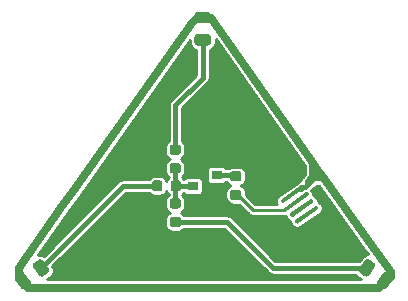
<source format=gbl>
G04 #@! TF.GenerationSoftware,KiCad,Pcbnew,(5.1.6)-1*
G04 #@! TF.CreationDate,2020-12-22T11:04:26+08:00*
G04 #@! TF.ProjectId,LED_A1.0,4c45445f-4131-42e3-902e-6b696361645f,rev?*
G04 #@! TF.SameCoordinates,Original*
G04 #@! TF.FileFunction,Copper,L2,Bot*
G04 #@! TF.FilePolarity,Positive*
%FSLAX46Y46*%
G04 Gerber Fmt 4.6, Leading zero omitted, Abs format (unit mm)*
G04 Created by KiCad (PCBNEW (5.1.6)-1) date 2020-12-22 11:04:26*
%MOMM*%
%LPD*%
G01*
G04 APERTURE LIST*
G04 #@! TA.AperFunction,SMDPad,CuDef*
%ADD10R,0.900000X0.800000*%
G04 #@! TD*
G04 #@! TA.AperFunction,ViaPad*
%ADD11C,0.800000*%
G04 #@! TD*
G04 #@! TA.AperFunction,Conductor*
%ADD12C,0.250000*%
G04 #@! TD*
G04 #@! TA.AperFunction,Conductor*
%ADD13C,0.635000*%
G04 #@! TD*
G04 #@! TA.AperFunction,Conductor*
%ADD14C,0.381000*%
G04 #@! TD*
G04 #@! TA.AperFunction,Conductor*
%ADD15C,0.254000*%
G04 #@! TD*
G04 APERTURE END LIST*
G04 #@! TA.AperFunction,SMDPad,CuDef*
G36*
G01*
X33520900Y-29372850D02*
X33520900Y-29885350D01*
G75*
G02*
X33302150Y-30104100I-218750J0D01*
G01*
X32864650Y-30104100D01*
G75*
G02*
X32645900Y-29885350I0J218750D01*
G01*
X32645900Y-29372850D01*
G75*
G02*
X32864650Y-29154100I218750J0D01*
G01*
X33302150Y-29154100D01*
G75*
G02*
X33520900Y-29372850I0J-218750D01*
G01*
G37*
G04 #@! TD.AperFunction*
G04 #@! TA.AperFunction,SMDPad,CuDef*
G36*
G01*
X35095900Y-29372850D02*
X35095900Y-29885350D01*
G75*
G02*
X34877150Y-30104100I-218750J0D01*
G01*
X34439650Y-30104100D01*
G75*
G02*
X34220900Y-29885350I0J218750D01*
G01*
X34220900Y-29372850D01*
G75*
G02*
X34439650Y-29154100I218750J0D01*
G01*
X34877150Y-29154100D01*
G75*
G02*
X35095900Y-29372850I0J-218750D01*
G01*
G37*
G04 #@! TD.AperFunction*
G04 #@! TA.AperFunction,SMDPad,CuDef*
G36*
G01*
X34876450Y-27005800D02*
X34363950Y-27005800D01*
G75*
G02*
X34145200Y-26787050I0J218750D01*
G01*
X34145200Y-26349550D01*
G75*
G02*
X34363950Y-26130800I218750J0D01*
G01*
X34876450Y-26130800D01*
G75*
G02*
X35095200Y-26349550I0J-218750D01*
G01*
X35095200Y-26787050D01*
G75*
G02*
X34876450Y-27005800I-218750J0D01*
G01*
G37*
G04 #@! TD.AperFunction*
G04 #@! TA.AperFunction,SMDPad,CuDef*
G36*
G01*
X34876450Y-28580800D02*
X34363950Y-28580800D01*
G75*
G02*
X34145200Y-28362050I0J218750D01*
G01*
X34145200Y-27924550D01*
G75*
G02*
X34363950Y-27705800I218750J0D01*
G01*
X34876450Y-27705800D01*
G75*
G02*
X35095200Y-27924550I0J-218750D01*
G01*
X35095200Y-28362050D01*
G75*
G02*
X34876450Y-28580800I-218750J0D01*
G01*
G37*
G04 #@! TD.AperFunction*
G04 #@! TA.AperFunction,SMDPad,CuDef*
G36*
G01*
X34363950Y-32252400D02*
X34876450Y-32252400D01*
G75*
G02*
X35095200Y-32471150I0J-218750D01*
G01*
X35095200Y-32908650D01*
G75*
G02*
X34876450Y-33127400I-218750J0D01*
G01*
X34363950Y-33127400D01*
G75*
G02*
X34145200Y-32908650I0J218750D01*
G01*
X34145200Y-32471150D01*
G75*
G02*
X34363950Y-32252400I218750J0D01*
G01*
G37*
G04 #@! TD.AperFunction*
G04 #@! TA.AperFunction,SMDPad,CuDef*
G36*
G01*
X34363950Y-30677400D02*
X34876450Y-30677400D01*
G75*
G02*
X35095200Y-30896150I0J-218750D01*
G01*
X35095200Y-31333650D01*
G75*
G02*
X34876450Y-31552400I-218750J0D01*
G01*
X34363950Y-31552400D01*
G75*
G02*
X34145200Y-31333650I0J218750D01*
G01*
X34145200Y-30896150D01*
G75*
G02*
X34363950Y-30677400I218750J0D01*
G01*
G37*
G04 #@! TD.AperFunction*
G04 #@! TA.AperFunction,SMDPad,CuDef*
G36*
G01*
X39469350Y-29953700D02*
X39981850Y-29953700D01*
G75*
G02*
X40200600Y-30172450I0J-218750D01*
G01*
X40200600Y-30609950D01*
G75*
G02*
X39981850Y-30828700I-218750J0D01*
G01*
X39469350Y-30828700D01*
G75*
G02*
X39250600Y-30609950I0J218750D01*
G01*
X39250600Y-30172450D01*
G75*
G02*
X39469350Y-29953700I218750J0D01*
G01*
G37*
G04 #@! TD.AperFunction*
G04 #@! TA.AperFunction,SMDPad,CuDef*
G36*
G01*
X39469350Y-28378700D02*
X39981850Y-28378700D01*
G75*
G02*
X40200600Y-28597450I0J-218750D01*
G01*
X40200600Y-29034950D01*
G75*
G02*
X39981850Y-29253700I-218750J0D01*
G01*
X39469350Y-29253700D01*
G75*
G02*
X39250600Y-29034950I0J218750D01*
G01*
X39250600Y-28597450D01*
G75*
G02*
X39469350Y-28378700I218750J0D01*
G01*
G37*
G04 #@! TD.AperFunction*
D10*
X36109400Y-29654500D03*
X38109400Y-30604500D03*
X38109400Y-28704500D03*
G04 #@! TA.AperFunction,SMDPad,CuDef*
G36*
G01*
X21848687Y-37006471D02*
X22372076Y-37753948D01*
G75*
G02*
X22312217Y-38093425I-199668J-139809D01*
G01*
X21912880Y-38373043D01*
G75*
G02*
X21573403Y-38313184I-139809J199668D01*
G01*
X21050014Y-37565708D01*
G75*
G02*
X21109873Y-37226231I199668J139809D01*
G01*
X21509210Y-36946613D01*
G75*
G02*
X21848687Y-37006472I139809J-199668D01*
G01*
G37*
G04 #@! TD.AperFunction*
G04 #@! TA.AperFunction,SMDPad,CuDef*
G36*
G01*
X23384597Y-35931015D02*
X23907986Y-36678492D01*
G75*
G02*
X23848127Y-37017969I-199668J-139809D01*
G01*
X23448790Y-37297587D01*
G75*
G02*
X23109313Y-37237728I-139809J199668D01*
G01*
X22585924Y-36490252D01*
G75*
G02*
X22645783Y-36150775I199668J139809D01*
G01*
X23045120Y-35871157D01*
G75*
G02*
X23384597Y-35931016I139809J-199668D01*
G01*
G37*
G04 #@! TD.AperFunction*
G04 #@! TA.AperFunction,SMDPad,CuDef*
G36*
G01*
X37400550Y-15882200D02*
X36488050Y-15882200D01*
G75*
G02*
X36244300Y-15638450I0J243750D01*
G01*
X36244300Y-15150950D01*
G75*
G02*
X36488050Y-14907200I243750J0D01*
G01*
X37400550Y-14907200D01*
G75*
G02*
X37644300Y-15150950I0J-243750D01*
G01*
X37644300Y-15638450D01*
G75*
G02*
X37400550Y-15882200I-243750J0D01*
G01*
G37*
G04 #@! TD.AperFunction*
G04 #@! TA.AperFunction,SMDPad,CuDef*
G36*
G01*
X37400550Y-17757200D02*
X36488050Y-17757200D01*
G75*
G02*
X36244300Y-17513450I0J243750D01*
G01*
X36244300Y-17025950D01*
G75*
G02*
X36488050Y-16782200I243750J0D01*
G01*
X37400550Y-16782200D01*
G75*
G02*
X37644300Y-17025950I0J-243750D01*
G01*
X37644300Y-17513450D01*
G75*
G02*
X37400550Y-17757200I-243750J0D01*
G01*
G37*
G04 #@! TD.AperFunction*
G04 #@! TA.AperFunction,SMDPad,CuDef*
G36*
G01*
X51719724Y-37741248D02*
X52243113Y-36993772D01*
G75*
G02*
X52582590Y-36933913I199668J-139809D01*
G01*
X52981927Y-37213531D01*
G75*
G02*
X53041786Y-37553008I-139809J-199668D01*
G01*
X52518397Y-38300484D01*
G75*
G02*
X52178920Y-38360343I-199668J139809D01*
G01*
X51779583Y-38080725D01*
G75*
G02*
X51719724Y-37741248I139809J199668D01*
G01*
G37*
G04 #@! TD.AperFunction*
G04 #@! TA.AperFunction,SMDPad,CuDef*
G36*
G01*
X50183814Y-36665792D02*
X50707203Y-35918316D01*
G75*
G02*
X51046680Y-35858457I199668J-139809D01*
G01*
X51446017Y-36138075D01*
G75*
G02*
X51505876Y-36477552I-139809J-199668D01*
G01*
X50982487Y-37225028D01*
G75*
G02*
X50643010Y-37284887I-199668J139809D01*
G01*
X50243673Y-37005269D01*
G75*
G02*
X50183814Y-36665792I139809J199668D01*
G01*
G37*
G04 #@! TD.AperFunction*
G04 #@! TA.AperFunction,SMDPad,CuDef*
G36*
G01*
X44353178Y-31960287D02*
X46093876Y-30741437D01*
G75*
G02*
X46215740Y-30762925I50188J-71676D01*
G01*
X46316116Y-30906277D01*
G75*
G02*
X46294628Y-31028141I-71676J-50188D01*
G01*
X44553930Y-32246991D01*
G75*
G02*
X44432066Y-32225503I-50188J71676D01*
G01*
X44331690Y-32082151D01*
G75*
G02*
X44353178Y-31960287I71676J50188D01*
G01*
G37*
G04 #@! TD.AperFunction*
G04 #@! TA.AperFunction,SMDPad,CuDef*
G36*
G01*
X43951675Y-31386881D02*
X45692373Y-30168031D01*
G75*
G02*
X45814237Y-30189519I50188J-71676D01*
G01*
X45914613Y-30332871D01*
G75*
G02*
X45893125Y-30454735I-71676J-50188D01*
G01*
X44152427Y-31673585D01*
G75*
G02*
X44030563Y-31652097I-50188J71676D01*
G01*
X43930187Y-31508745D01*
G75*
G02*
X43951675Y-31386881I71676J50188D01*
G01*
G37*
G04 #@! TD.AperFunction*
G04 #@! TA.AperFunction,SMDPad,CuDef*
G36*
G01*
X43550171Y-30813474D02*
X45290869Y-29594624D01*
G75*
G02*
X45412733Y-29616112I50188J-71676D01*
G01*
X45513109Y-29759464D01*
G75*
G02*
X45491621Y-29881328I-71676J-50188D01*
G01*
X43750923Y-31100178D01*
G75*
G02*
X43629059Y-31078690I-50188J71676D01*
G01*
X43528683Y-30935338D01*
G75*
G02*
X43550171Y-30813474I71676J50188D01*
G01*
G37*
G04 #@! TD.AperFunction*
G04 #@! TA.AperFunction,SMDPad,CuDef*
G36*
G01*
X44754682Y-32533693D02*
X46495380Y-31314843D01*
G75*
G02*
X46617244Y-31336331I50188J-71676D01*
G01*
X46717620Y-31479683D01*
G75*
G02*
X46696132Y-31601547I-71676J-50188D01*
G01*
X44955434Y-32820397D01*
G75*
G02*
X44833570Y-32798909I-50188J71676D01*
G01*
X44733194Y-32655557D01*
G75*
G02*
X44754682Y-32533693I71676J50188D01*
G01*
G37*
G04 #@! TD.AperFunction*
G04 #@! TA.AperFunction,SMDPad,CuDef*
G36*
G01*
X43148668Y-30240068D02*
X44889366Y-29021218D01*
G75*
G02*
X45011230Y-29042706I50188J-71676D01*
G01*
X45111606Y-29186058D01*
G75*
G02*
X45090118Y-29307922I-71676J-50188D01*
G01*
X43349420Y-30526772D01*
G75*
G02*
X43227556Y-30505284I-50188J71676D01*
G01*
X43127180Y-30361932D01*
G75*
G02*
X43148668Y-30240068I71676J50188D01*
G01*
G37*
G04 #@! TD.AperFunction*
D11*
X48755300Y-33553400D03*
X46697900Y-35052000D03*
X41351200Y-24130000D03*
X38900100Y-20332700D03*
X34899600Y-20294600D03*
X32308800Y-24155400D03*
X29527500Y-28028900D03*
X27508200Y-35077400D03*
X30937200Y-35064700D03*
X36918900Y-35090100D03*
X30937200Y-31800800D03*
X44437300Y-27990800D03*
X43472100Y-35077400D03*
X37071300Y-24142700D03*
D12*
X21336000Y-37762600D02*
X21296400Y-37723000D01*
D13*
X52522872Y-37710628D02*
X52851490Y-37382010D01*
X52380755Y-37710628D02*
X52522872Y-37710628D01*
X52851490Y-37382010D02*
X52851490Y-36964537D01*
X52851490Y-36964537D02*
X51095292Y-34482707D01*
X36446700Y-15394700D02*
X36944300Y-15394700D01*
X26027542Y-29991090D02*
X36039890Y-15801510D01*
X36446700Y-15394700D02*
X36039890Y-15801510D01*
X36944300Y-15394700D02*
X37568900Y-15394700D01*
X37568900Y-15394700D02*
X37634887Y-15460687D01*
X21386800Y-36567984D02*
X21386800Y-37335583D01*
X25064231Y-31356301D02*
X21386800Y-36567984D01*
X21767800Y-37833300D02*
X21767800Y-37604700D01*
X52387500Y-37744400D02*
X51885410Y-38246490D01*
X22180990Y-38246490D02*
X21767800Y-37833300D01*
X51885410Y-38246490D02*
X22180990Y-38246490D01*
X25064231Y-31356301D02*
X26027542Y-29991089D01*
X46819695Y-28440505D02*
X46794295Y-28440505D01*
X46794295Y-28440505D02*
X46316900Y-28917900D01*
X47161775Y-28923925D02*
X46819695Y-28440505D01*
X47155750Y-28917900D02*
X47161775Y-28923925D01*
X51095292Y-34482707D02*
X47161775Y-28923925D01*
X46316900Y-28917900D02*
X47155750Y-28917900D01*
X46316900Y-27726786D02*
X46309207Y-27719093D01*
X46819695Y-28440505D02*
X46309207Y-27719093D01*
X46309207Y-27719093D02*
X37634887Y-15460687D01*
X46316900Y-28917900D02*
X46316900Y-27726786D01*
X46316900Y-28917900D02*
X45923200Y-29311600D01*
D14*
X45389800Y-29705300D02*
X45224700Y-29870400D01*
X46113700Y-29159200D02*
X45567600Y-29705300D01*
X45567600Y-29705300D02*
X45389800Y-29705300D01*
D12*
X41198700Y-31699200D02*
X39751000Y-30251500D01*
X43802300Y-31699200D02*
X41198700Y-31699200D01*
X44170600Y-31496000D02*
X44005500Y-31496000D01*
X44005500Y-31496000D02*
X43802300Y-31699200D01*
D14*
X44119393Y-29773995D02*
X43962205Y-29773995D01*
X44119393Y-29773995D02*
X43886005Y-29773995D01*
X43886005Y-29773995D02*
X43268900Y-30391100D01*
X43268900Y-30391100D02*
X41719500Y-30391100D01*
X45034200Y-28917900D02*
X45034200Y-28092400D01*
X44119393Y-29773995D02*
X44178105Y-29773995D01*
X44178105Y-29773995D02*
X45034200Y-28917900D01*
X34683800Y-29654500D02*
X34658400Y-29629100D01*
X36109400Y-29654500D02*
X34683800Y-29654500D01*
X34620200Y-29590900D02*
X34658400Y-29629100D01*
X34620200Y-28130600D02*
X34620200Y-29590900D01*
X34632900Y-29654600D02*
X34658400Y-29629100D01*
X34632900Y-31114900D02*
X34632900Y-29654600D01*
X34632900Y-32689900D02*
X38976400Y-32689900D01*
X42858172Y-36571672D02*
X50844845Y-36571672D01*
X38976400Y-32689900D02*
X42858172Y-36571672D01*
X36944300Y-17269700D02*
X36944300Y-20459700D01*
X34620200Y-22783800D02*
X34620200Y-26555600D01*
X36944300Y-20459700D02*
X34620200Y-22783800D01*
X30202227Y-29629100D02*
X23246955Y-36584372D01*
X33083400Y-29629100D02*
X30202227Y-29629100D01*
X39712900Y-28714600D02*
X39751000Y-28676500D01*
X39712900Y-28829000D02*
X39712900Y-28714600D01*
X38109400Y-28704500D02*
X39588400Y-28704500D01*
X39588400Y-28704500D02*
X39712900Y-28829000D01*
D15*
G36*
X33883851Y-30115570D02*
G01*
X33939444Y-30219577D01*
X34014260Y-30310740D01*
X34061401Y-30349427D01*
X34061401Y-30379012D01*
X34029723Y-30395944D01*
X33938560Y-30470760D01*
X33863744Y-30561923D01*
X33808151Y-30665930D01*
X33773916Y-30778785D01*
X33762357Y-30896150D01*
X33762357Y-31333650D01*
X33773916Y-31451015D01*
X33808151Y-31563870D01*
X33863744Y-31667877D01*
X33938560Y-31759040D01*
X34029723Y-31833856D01*
X34133730Y-31889449D01*
X34176423Y-31902400D01*
X34133730Y-31915351D01*
X34029723Y-31970944D01*
X33938560Y-32045760D01*
X33863744Y-32136923D01*
X33808151Y-32240930D01*
X33773916Y-32353785D01*
X33762357Y-32471150D01*
X33762357Y-32908650D01*
X33773916Y-33026015D01*
X33808151Y-33138870D01*
X33863744Y-33242877D01*
X33938560Y-33334040D01*
X34029723Y-33408856D01*
X34133730Y-33464449D01*
X34246585Y-33498684D01*
X34363950Y-33510243D01*
X34876450Y-33510243D01*
X34993815Y-33498684D01*
X35106670Y-33464449D01*
X35210677Y-33408856D01*
X35301840Y-33334040D01*
X35361454Y-33261400D01*
X38739678Y-33261400D01*
X42434206Y-36955929D01*
X42452105Y-36977739D01*
X42534553Y-37045402D01*
X42539127Y-37049156D01*
X42638410Y-37102224D01*
X42746138Y-37134903D01*
X42858172Y-37145937D01*
X42886246Y-37143172D01*
X49855727Y-37143172D01*
X49930854Y-37238899D01*
X50024084Y-37318876D01*
X50351294Y-37547990D01*
X23758644Y-37547990D01*
X24067716Y-37331576D01*
X24160946Y-37251598D01*
X24236781Y-37154969D01*
X24292308Y-37045402D01*
X24325392Y-36927107D01*
X24334762Y-36804632D01*
X24320058Y-36682681D01*
X24281846Y-36565942D01*
X24221593Y-36458902D01*
X24204730Y-36434819D01*
X30438950Y-30200600D01*
X32354301Y-30200600D01*
X32364444Y-30219577D01*
X32439260Y-30310740D01*
X32530423Y-30385556D01*
X32634430Y-30441149D01*
X32747285Y-30475384D01*
X32864650Y-30486943D01*
X33302150Y-30486943D01*
X33419515Y-30475384D01*
X33532370Y-30441149D01*
X33636377Y-30385556D01*
X33727540Y-30310740D01*
X33802356Y-30219577D01*
X33857949Y-30115570D01*
X33870900Y-30072877D01*
X33883851Y-30115570D01*
G37*
X33883851Y-30115570D02*
X33939444Y-30219577D01*
X34014260Y-30310740D01*
X34061401Y-30349427D01*
X34061401Y-30379012D01*
X34029723Y-30395944D01*
X33938560Y-30470760D01*
X33863744Y-30561923D01*
X33808151Y-30665930D01*
X33773916Y-30778785D01*
X33762357Y-30896150D01*
X33762357Y-31333650D01*
X33773916Y-31451015D01*
X33808151Y-31563870D01*
X33863744Y-31667877D01*
X33938560Y-31759040D01*
X34029723Y-31833856D01*
X34133730Y-31889449D01*
X34176423Y-31902400D01*
X34133730Y-31915351D01*
X34029723Y-31970944D01*
X33938560Y-32045760D01*
X33863744Y-32136923D01*
X33808151Y-32240930D01*
X33773916Y-32353785D01*
X33762357Y-32471150D01*
X33762357Y-32908650D01*
X33773916Y-33026015D01*
X33808151Y-33138870D01*
X33863744Y-33242877D01*
X33938560Y-33334040D01*
X34029723Y-33408856D01*
X34133730Y-33464449D01*
X34246585Y-33498684D01*
X34363950Y-33510243D01*
X34876450Y-33510243D01*
X34993815Y-33498684D01*
X35106670Y-33464449D01*
X35210677Y-33408856D01*
X35301840Y-33334040D01*
X35361454Y-33261400D01*
X38739678Y-33261400D01*
X42434206Y-36955929D01*
X42452105Y-36977739D01*
X42534553Y-37045402D01*
X42539127Y-37049156D01*
X42638410Y-37102224D01*
X42746138Y-37134903D01*
X42858172Y-37145937D01*
X42886246Y-37143172D01*
X49855727Y-37143172D01*
X49930854Y-37238899D01*
X50024084Y-37318876D01*
X50351294Y-37547990D01*
X23758644Y-37547990D01*
X24067716Y-37331576D01*
X24160946Y-37251598D01*
X24236781Y-37154969D01*
X24292308Y-37045402D01*
X24325392Y-36927107D01*
X24334762Y-36804632D01*
X24320058Y-36682681D01*
X24281846Y-36565942D01*
X24221593Y-36458902D01*
X24204730Y-36434819D01*
X30438950Y-30200600D01*
X32354301Y-30200600D01*
X32364444Y-30219577D01*
X32439260Y-30310740D01*
X32530423Y-30385556D01*
X32634430Y-30441149D01*
X32747285Y-30475384D01*
X32864650Y-30486943D01*
X33302150Y-30486943D01*
X33419515Y-30475384D01*
X33532370Y-30441149D01*
X33636377Y-30385556D01*
X33727540Y-30310740D01*
X33802356Y-30219577D01*
X33857949Y-30115570D01*
X33870900Y-30072877D01*
X33883851Y-30115570D01*
G36*
X45618401Y-27952108D02*
G01*
X45618400Y-28628573D01*
X45405026Y-28841947D01*
X45339609Y-28921657D01*
X45274749Y-29043002D01*
X45241346Y-29153117D01*
X45170038Y-29174748D01*
X45070755Y-29227816D01*
X44983733Y-29299233D01*
X44965830Y-29321048D01*
X44853065Y-29433813D01*
X43330581Y-30499868D01*
X43260600Y-30559901D01*
X43203676Y-30632435D01*
X43161996Y-30714679D01*
X43137162Y-30803475D01*
X43130128Y-30895410D01*
X43141165Y-30986951D01*
X43169849Y-31074579D01*
X43215076Y-31154927D01*
X43241875Y-31193200D01*
X41408292Y-31193200D01*
X40583443Y-30368352D01*
X40583443Y-30172450D01*
X40571884Y-30055085D01*
X40537649Y-29942230D01*
X40482056Y-29838223D01*
X40407240Y-29747060D01*
X40316077Y-29672244D01*
X40212070Y-29616651D01*
X40169377Y-29603700D01*
X40212070Y-29590749D01*
X40316077Y-29535156D01*
X40407240Y-29460340D01*
X40482056Y-29369177D01*
X40537649Y-29265170D01*
X40571884Y-29152315D01*
X40583443Y-29034950D01*
X40583443Y-28597450D01*
X40571884Y-28480085D01*
X40537649Y-28367230D01*
X40482056Y-28263223D01*
X40407240Y-28172060D01*
X40316077Y-28097244D01*
X40212070Y-28041651D01*
X40099215Y-28007416D01*
X39981850Y-27995857D01*
X39469350Y-27995857D01*
X39351985Y-28007416D01*
X39239130Y-28041651D01*
X39135123Y-28097244D01*
X39091554Y-28133000D01*
X38899742Y-28133000D01*
X38877722Y-28091804D01*
X38830111Y-28033789D01*
X38772096Y-27986178D01*
X38705908Y-27950799D01*
X38634089Y-27929013D01*
X38559400Y-27921657D01*
X37659400Y-27921657D01*
X37584711Y-27929013D01*
X37512892Y-27950799D01*
X37446704Y-27986178D01*
X37388689Y-28033789D01*
X37341078Y-28091804D01*
X37305699Y-28157992D01*
X37283913Y-28229811D01*
X37276557Y-28304500D01*
X37276557Y-29104500D01*
X37283913Y-29179189D01*
X37305699Y-29251008D01*
X37341078Y-29317196D01*
X37388689Y-29375211D01*
X37446704Y-29422822D01*
X37512892Y-29458201D01*
X37584711Y-29479987D01*
X37659400Y-29487343D01*
X38559400Y-29487343D01*
X38634089Y-29479987D01*
X38705908Y-29458201D01*
X38772096Y-29422822D01*
X38830111Y-29375211D01*
X38877722Y-29317196D01*
X38899742Y-29276000D01*
X38919340Y-29276000D01*
X38969144Y-29369177D01*
X39043960Y-29460340D01*
X39135123Y-29535156D01*
X39239130Y-29590749D01*
X39281823Y-29603700D01*
X39239130Y-29616651D01*
X39135123Y-29672244D01*
X39043960Y-29747060D01*
X38969144Y-29838223D01*
X38913551Y-29942230D01*
X38879316Y-30055085D01*
X38867757Y-30172450D01*
X38867757Y-30609950D01*
X38879316Y-30727315D01*
X38913551Y-30840170D01*
X38969144Y-30944177D01*
X39043960Y-31035340D01*
X39135123Y-31110156D01*
X39239130Y-31165749D01*
X39351985Y-31199984D01*
X39469350Y-31211543D01*
X39981850Y-31211543D01*
X39994232Y-31210324D01*
X40823328Y-32039420D01*
X40839173Y-32058727D01*
X40916221Y-32121959D01*
X41004125Y-32168945D01*
X41099507Y-32197878D01*
X41173846Y-32205200D01*
X41173854Y-32205200D01*
X41198700Y-32207647D01*
X41223546Y-32205200D01*
X43777454Y-32205200D01*
X43802300Y-32207647D01*
X43827146Y-32205200D01*
X43827154Y-32205200D01*
X43901493Y-32197878D01*
X43959408Y-32180310D01*
X43972856Y-32221392D01*
X44018083Y-32301740D01*
X44118459Y-32445092D01*
X44178494Y-32515074D01*
X44251027Y-32571998D01*
X44333272Y-32613678D01*
X44334757Y-32614093D01*
X44334639Y-32615629D01*
X44345676Y-32707170D01*
X44374360Y-32794798D01*
X44419587Y-32875146D01*
X44519963Y-33018498D01*
X44579998Y-33088480D01*
X44652531Y-33145404D01*
X44734776Y-33187084D01*
X44823572Y-33211918D01*
X44915507Y-33218952D01*
X45007047Y-33207915D01*
X45094675Y-33179231D01*
X45175024Y-33134003D01*
X46915722Y-31915153D01*
X46985703Y-31855120D01*
X47042627Y-31782586D01*
X47084307Y-31700342D01*
X47109141Y-31611546D01*
X47116175Y-31519611D01*
X47105138Y-31428070D01*
X47076454Y-31340442D01*
X47031227Y-31260094D01*
X46930851Y-31116742D01*
X46870816Y-31046760D01*
X46798283Y-30989836D01*
X46716038Y-30948156D01*
X46714553Y-30947741D01*
X46714671Y-30946205D01*
X46703634Y-30854664D01*
X46674950Y-30767036D01*
X46629723Y-30686688D01*
X46529347Y-30543336D01*
X46469312Y-30473354D01*
X46396779Y-30416430D01*
X46314534Y-30374750D01*
X46313050Y-30374335D01*
X46313168Y-30372799D01*
X46302131Y-30281258D01*
X46273447Y-30193630D01*
X46228220Y-30113282D01*
X46133343Y-29977783D01*
X46191798Y-29960051D01*
X46313143Y-29895191D01*
X46392853Y-29829774D01*
X46606227Y-29616400D01*
X46796094Y-29616400D01*
X50544925Y-34914188D01*
X50544931Y-34914194D01*
X50911599Y-35432365D01*
X50798065Y-35441051D01*
X50679770Y-35474135D01*
X50570203Y-35529662D01*
X50473574Y-35605497D01*
X50393596Y-35698726D01*
X50182521Y-36000172D01*
X43094895Y-36000172D01*
X39400370Y-32305648D01*
X39382467Y-32283833D01*
X39295445Y-32212416D01*
X39196162Y-32159348D01*
X39088434Y-32126669D01*
X39004474Y-32118400D01*
X38976400Y-32115635D01*
X38948326Y-32118400D01*
X35361454Y-32118400D01*
X35301840Y-32045760D01*
X35210677Y-31970944D01*
X35106670Y-31915351D01*
X35063977Y-31902400D01*
X35106670Y-31889449D01*
X35210677Y-31833856D01*
X35301840Y-31759040D01*
X35376656Y-31667877D01*
X35432249Y-31563870D01*
X35466484Y-31451015D01*
X35478043Y-31333650D01*
X35478043Y-30896150D01*
X35466484Y-30778785D01*
X35432249Y-30665930D01*
X35376656Y-30561923D01*
X35301840Y-30470760D01*
X35210677Y-30395944D01*
X35204400Y-30392589D01*
X35204400Y-30389285D01*
X35211377Y-30385556D01*
X35302540Y-30310740D01*
X35339973Y-30265128D01*
X35341078Y-30267196D01*
X35388689Y-30325211D01*
X35446704Y-30372822D01*
X35512892Y-30408201D01*
X35584711Y-30429987D01*
X35659400Y-30437343D01*
X36559400Y-30437343D01*
X36634089Y-30429987D01*
X36705908Y-30408201D01*
X36772096Y-30372822D01*
X36830111Y-30325211D01*
X36877722Y-30267196D01*
X36913101Y-30201008D01*
X36934887Y-30129189D01*
X36942243Y-30054500D01*
X36942243Y-29254500D01*
X36934887Y-29179811D01*
X36913101Y-29107992D01*
X36877722Y-29041804D01*
X36830111Y-28983789D01*
X36772096Y-28936178D01*
X36705908Y-28900799D01*
X36634089Y-28879013D01*
X36559400Y-28871657D01*
X35659400Y-28871657D01*
X35584711Y-28879013D01*
X35512892Y-28900799D01*
X35446704Y-28936178D01*
X35388689Y-28983789D01*
X35360522Y-29018111D01*
X35302540Y-28947460D01*
X35211377Y-28872644D01*
X35201310Y-28867263D01*
X35210677Y-28862256D01*
X35301840Y-28787440D01*
X35376656Y-28696277D01*
X35432249Y-28592270D01*
X35466484Y-28479415D01*
X35478043Y-28362050D01*
X35478043Y-27924550D01*
X35466484Y-27807185D01*
X35432249Y-27694330D01*
X35376656Y-27590323D01*
X35301840Y-27499160D01*
X35210677Y-27424344D01*
X35106670Y-27368751D01*
X35063977Y-27355800D01*
X35106670Y-27342849D01*
X35210677Y-27287256D01*
X35301840Y-27212440D01*
X35376656Y-27121277D01*
X35432249Y-27017270D01*
X35466484Y-26904415D01*
X35478043Y-26787050D01*
X35478043Y-26349550D01*
X35466484Y-26232185D01*
X35432249Y-26119330D01*
X35376656Y-26015323D01*
X35301840Y-25924160D01*
X35210677Y-25849344D01*
X35191700Y-25839201D01*
X35191700Y-23020522D01*
X37328563Y-20883661D01*
X37350367Y-20865767D01*
X37421784Y-20778745D01*
X37474852Y-20679462D01*
X37507531Y-20571734D01*
X37515800Y-20487774D01*
X37518565Y-20459700D01*
X37515800Y-20431626D01*
X37515800Y-18128692D01*
X37522792Y-18128003D01*
X37640337Y-18092346D01*
X37748666Y-18034443D01*
X37843618Y-17956518D01*
X37921543Y-17861566D01*
X37979446Y-17753237D01*
X38015103Y-17635692D01*
X38027143Y-17513450D01*
X38027143Y-17224266D01*
X45618401Y-27952108D01*
G37*
X45618401Y-27952108D02*
X45618400Y-28628573D01*
X45405026Y-28841947D01*
X45339609Y-28921657D01*
X45274749Y-29043002D01*
X45241346Y-29153117D01*
X45170038Y-29174748D01*
X45070755Y-29227816D01*
X44983733Y-29299233D01*
X44965830Y-29321048D01*
X44853065Y-29433813D01*
X43330581Y-30499868D01*
X43260600Y-30559901D01*
X43203676Y-30632435D01*
X43161996Y-30714679D01*
X43137162Y-30803475D01*
X43130128Y-30895410D01*
X43141165Y-30986951D01*
X43169849Y-31074579D01*
X43215076Y-31154927D01*
X43241875Y-31193200D01*
X41408292Y-31193200D01*
X40583443Y-30368352D01*
X40583443Y-30172450D01*
X40571884Y-30055085D01*
X40537649Y-29942230D01*
X40482056Y-29838223D01*
X40407240Y-29747060D01*
X40316077Y-29672244D01*
X40212070Y-29616651D01*
X40169377Y-29603700D01*
X40212070Y-29590749D01*
X40316077Y-29535156D01*
X40407240Y-29460340D01*
X40482056Y-29369177D01*
X40537649Y-29265170D01*
X40571884Y-29152315D01*
X40583443Y-29034950D01*
X40583443Y-28597450D01*
X40571884Y-28480085D01*
X40537649Y-28367230D01*
X40482056Y-28263223D01*
X40407240Y-28172060D01*
X40316077Y-28097244D01*
X40212070Y-28041651D01*
X40099215Y-28007416D01*
X39981850Y-27995857D01*
X39469350Y-27995857D01*
X39351985Y-28007416D01*
X39239130Y-28041651D01*
X39135123Y-28097244D01*
X39091554Y-28133000D01*
X38899742Y-28133000D01*
X38877722Y-28091804D01*
X38830111Y-28033789D01*
X38772096Y-27986178D01*
X38705908Y-27950799D01*
X38634089Y-27929013D01*
X38559400Y-27921657D01*
X37659400Y-27921657D01*
X37584711Y-27929013D01*
X37512892Y-27950799D01*
X37446704Y-27986178D01*
X37388689Y-28033789D01*
X37341078Y-28091804D01*
X37305699Y-28157992D01*
X37283913Y-28229811D01*
X37276557Y-28304500D01*
X37276557Y-29104500D01*
X37283913Y-29179189D01*
X37305699Y-29251008D01*
X37341078Y-29317196D01*
X37388689Y-29375211D01*
X37446704Y-29422822D01*
X37512892Y-29458201D01*
X37584711Y-29479987D01*
X37659400Y-29487343D01*
X38559400Y-29487343D01*
X38634089Y-29479987D01*
X38705908Y-29458201D01*
X38772096Y-29422822D01*
X38830111Y-29375211D01*
X38877722Y-29317196D01*
X38899742Y-29276000D01*
X38919340Y-29276000D01*
X38969144Y-29369177D01*
X39043960Y-29460340D01*
X39135123Y-29535156D01*
X39239130Y-29590749D01*
X39281823Y-29603700D01*
X39239130Y-29616651D01*
X39135123Y-29672244D01*
X39043960Y-29747060D01*
X38969144Y-29838223D01*
X38913551Y-29942230D01*
X38879316Y-30055085D01*
X38867757Y-30172450D01*
X38867757Y-30609950D01*
X38879316Y-30727315D01*
X38913551Y-30840170D01*
X38969144Y-30944177D01*
X39043960Y-31035340D01*
X39135123Y-31110156D01*
X39239130Y-31165749D01*
X39351985Y-31199984D01*
X39469350Y-31211543D01*
X39981850Y-31211543D01*
X39994232Y-31210324D01*
X40823328Y-32039420D01*
X40839173Y-32058727D01*
X40916221Y-32121959D01*
X41004125Y-32168945D01*
X41099507Y-32197878D01*
X41173846Y-32205200D01*
X41173854Y-32205200D01*
X41198700Y-32207647D01*
X41223546Y-32205200D01*
X43777454Y-32205200D01*
X43802300Y-32207647D01*
X43827146Y-32205200D01*
X43827154Y-32205200D01*
X43901493Y-32197878D01*
X43959408Y-32180310D01*
X43972856Y-32221392D01*
X44018083Y-32301740D01*
X44118459Y-32445092D01*
X44178494Y-32515074D01*
X44251027Y-32571998D01*
X44333272Y-32613678D01*
X44334757Y-32614093D01*
X44334639Y-32615629D01*
X44345676Y-32707170D01*
X44374360Y-32794798D01*
X44419587Y-32875146D01*
X44519963Y-33018498D01*
X44579998Y-33088480D01*
X44652531Y-33145404D01*
X44734776Y-33187084D01*
X44823572Y-33211918D01*
X44915507Y-33218952D01*
X45007047Y-33207915D01*
X45094675Y-33179231D01*
X45175024Y-33134003D01*
X46915722Y-31915153D01*
X46985703Y-31855120D01*
X47042627Y-31782586D01*
X47084307Y-31700342D01*
X47109141Y-31611546D01*
X47116175Y-31519611D01*
X47105138Y-31428070D01*
X47076454Y-31340442D01*
X47031227Y-31260094D01*
X46930851Y-31116742D01*
X46870816Y-31046760D01*
X46798283Y-30989836D01*
X46716038Y-30948156D01*
X46714553Y-30947741D01*
X46714671Y-30946205D01*
X46703634Y-30854664D01*
X46674950Y-30767036D01*
X46629723Y-30686688D01*
X46529347Y-30543336D01*
X46469312Y-30473354D01*
X46396779Y-30416430D01*
X46314534Y-30374750D01*
X46313050Y-30374335D01*
X46313168Y-30372799D01*
X46302131Y-30281258D01*
X46273447Y-30193630D01*
X46228220Y-30113282D01*
X46133343Y-29977783D01*
X46191798Y-29960051D01*
X46313143Y-29895191D01*
X46392853Y-29829774D01*
X46606227Y-29616400D01*
X46796094Y-29616400D01*
X50544925Y-34914188D01*
X50544931Y-34914194D01*
X50911599Y-35432365D01*
X50798065Y-35441051D01*
X50679770Y-35474135D01*
X50570203Y-35529662D01*
X50473574Y-35605497D01*
X50393596Y-35698726D01*
X50182521Y-36000172D01*
X43094895Y-36000172D01*
X39400370Y-32305648D01*
X39382467Y-32283833D01*
X39295445Y-32212416D01*
X39196162Y-32159348D01*
X39088434Y-32126669D01*
X39004474Y-32118400D01*
X38976400Y-32115635D01*
X38948326Y-32118400D01*
X35361454Y-32118400D01*
X35301840Y-32045760D01*
X35210677Y-31970944D01*
X35106670Y-31915351D01*
X35063977Y-31902400D01*
X35106670Y-31889449D01*
X35210677Y-31833856D01*
X35301840Y-31759040D01*
X35376656Y-31667877D01*
X35432249Y-31563870D01*
X35466484Y-31451015D01*
X35478043Y-31333650D01*
X35478043Y-30896150D01*
X35466484Y-30778785D01*
X35432249Y-30665930D01*
X35376656Y-30561923D01*
X35301840Y-30470760D01*
X35210677Y-30395944D01*
X35204400Y-30392589D01*
X35204400Y-30389285D01*
X35211377Y-30385556D01*
X35302540Y-30310740D01*
X35339973Y-30265128D01*
X35341078Y-30267196D01*
X35388689Y-30325211D01*
X35446704Y-30372822D01*
X35512892Y-30408201D01*
X35584711Y-30429987D01*
X35659400Y-30437343D01*
X36559400Y-30437343D01*
X36634089Y-30429987D01*
X36705908Y-30408201D01*
X36772096Y-30372822D01*
X36830111Y-30325211D01*
X36877722Y-30267196D01*
X36913101Y-30201008D01*
X36934887Y-30129189D01*
X36942243Y-30054500D01*
X36942243Y-29254500D01*
X36934887Y-29179811D01*
X36913101Y-29107992D01*
X36877722Y-29041804D01*
X36830111Y-28983789D01*
X36772096Y-28936178D01*
X36705908Y-28900799D01*
X36634089Y-28879013D01*
X36559400Y-28871657D01*
X35659400Y-28871657D01*
X35584711Y-28879013D01*
X35512892Y-28900799D01*
X35446704Y-28936178D01*
X35388689Y-28983789D01*
X35360522Y-29018111D01*
X35302540Y-28947460D01*
X35211377Y-28872644D01*
X35201310Y-28867263D01*
X35210677Y-28862256D01*
X35301840Y-28787440D01*
X35376656Y-28696277D01*
X35432249Y-28592270D01*
X35466484Y-28479415D01*
X35478043Y-28362050D01*
X35478043Y-27924550D01*
X35466484Y-27807185D01*
X35432249Y-27694330D01*
X35376656Y-27590323D01*
X35301840Y-27499160D01*
X35210677Y-27424344D01*
X35106670Y-27368751D01*
X35063977Y-27355800D01*
X35106670Y-27342849D01*
X35210677Y-27287256D01*
X35301840Y-27212440D01*
X35376656Y-27121277D01*
X35432249Y-27017270D01*
X35466484Y-26904415D01*
X35478043Y-26787050D01*
X35478043Y-26349550D01*
X35466484Y-26232185D01*
X35432249Y-26119330D01*
X35376656Y-26015323D01*
X35301840Y-25924160D01*
X35210677Y-25849344D01*
X35191700Y-25839201D01*
X35191700Y-23020522D01*
X37328563Y-20883661D01*
X37350367Y-20865767D01*
X37421784Y-20778745D01*
X37474852Y-20679462D01*
X37507531Y-20571734D01*
X37515800Y-20487774D01*
X37518565Y-20459700D01*
X37515800Y-20431626D01*
X37515800Y-18128692D01*
X37522792Y-18128003D01*
X37640337Y-18092346D01*
X37748666Y-18034443D01*
X37843618Y-17956518D01*
X37921543Y-17861566D01*
X37979446Y-17753237D01*
X38015103Y-17635692D01*
X38027143Y-17513450D01*
X38027143Y-17224266D01*
X45618401Y-27952108D01*
G36*
X35861457Y-17513450D02*
G01*
X35873497Y-17635692D01*
X35909154Y-17753237D01*
X35967057Y-17861566D01*
X36044982Y-17956518D01*
X36139934Y-18034443D01*
X36248263Y-18092346D01*
X36365808Y-18128003D01*
X36372800Y-18128692D01*
X36372801Y-20222975D01*
X34235948Y-22359830D01*
X34214133Y-22377733D01*
X34142717Y-22464755D01*
X34142716Y-22464756D01*
X34089648Y-22564039D01*
X34056969Y-22671767D01*
X34045935Y-22783800D01*
X34048700Y-22811874D01*
X34048701Y-25839200D01*
X34029723Y-25849344D01*
X33938560Y-25924160D01*
X33863744Y-26015323D01*
X33808151Y-26119330D01*
X33773916Y-26232185D01*
X33762357Y-26349550D01*
X33762357Y-26787050D01*
X33773916Y-26904415D01*
X33808151Y-27017270D01*
X33863744Y-27121277D01*
X33938560Y-27212440D01*
X34029723Y-27287256D01*
X34133730Y-27342849D01*
X34176423Y-27355800D01*
X34133730Y-27368751D01*
X34029723Y-27424344D01*
X33938560Y-27499160D01*
X33863744Y-27590323D01*
X33808151Y-27694330D01*
X33773916Y-27807185D01*
X33762357Y-27924550D01*
X33762357Y-28362050D01*
X33773916Y-28479415D01*
X33808151Y-28592270D01*
X33863744Y-28696277D01*
X33938560Y-28787440D01*
X34029723Y-28862256D01*
X34048701Y-28872400D01*
X34048701Y-28919195D01*
X34014260Y-28947460D01*
X33939444Y-29038623D01*
X33883851Y-29142630D01*
X33870900Y-29185323D01*
X33857949Y-29142630D01*
X33802356Y-29038623D01*
X33727540Y-28947460D01*
X33636377Y-28872644D01*
X33532370Y-28817051D01*
X33419515Y-28782816D01*
X33302150Y-28771257D01*
X32864650Y-28771257D01*
X32747285Y-28782816D01*
X32634430Y-28817051D01*
X32530423Y-28872644D01*
X32439260Y-28947460D01*
X32364444Y-29038623D01*
X32354301Y-29057600D01*
X30230301Y-29057600D01*
X30202227Y-29054835D01*
X30174153Y-29057600D01*
X30090193Y-29065869D01*
X29982465Y-29098548D01*
X29883182Y-29151616D01*
X29796160Y-29223033D01*
X29778261Y-29244843D01*
X23494484Y-35528621D01*
X23412031Y-35486836D01*
X23293737Y-35453751D01*
X23171261Y-35444381D01*
X23049310Y-35459085D01*
X23016574Y-35469800D01*
X25615175Y-31787044D01*
X26618047Y-30365767D01*
X26618047Y-30365766D01*
X35861457Y-17265932D01*
X35861457Y-17513450D01*
G37*
X35861457Y-17513450D02*
X35873497Y-17635692D01*
X35909154Y-17753237D01*
X35967057Y-17861566D01*
X36044982Y-17956518D01*
X36139934Y-18034443D01*
X36248263Y-18092346D01*
X36365808Y-18128003D01*
X36372800Y-18128692D01*
X36372801Y-20222975D01*
X34235948Y-22359830D01*
X34214133Y-22377733D01*
X34142717Y-22464755D01*
X34142716Y-22464756D01*
X34089648Y-22564039D01*
X34056969Y-22671767D01*
X34045935Y-22783800D01*
X34048700Y-22811874D01*
X34048701Y-25839200D01*
X34029723Y-25849344D01*
X33938560Y-25924160D01*
X33863744Y-26015323D01*
X33808151Y-26119330D01*
X33773916Y-26232185D01*
X33762357Y-26349550D01*
X33762357Y-26787050D01*
X33773916Y-26904415D01*
X33808151Y-27017270D01*
X33863744Y-27121277D01*
X33938560Y-27212440D01*
X34029723Y-27287256D01*
X34133730Y-27342849D01*
X34176423Y-27355800D01*
X34133730Y-27368751D01*
X34029723Y-27424344D01*
X33938560Y-27499160D01*
X33863744Y-27590323D01*
X33808151Y-27694330D01*
X33773916Y-27807185D01*
X33762357Y-27924550D01*
X33762357Y-28362050D01*
X33773916Y-28479415D01*
X33808151Y-28592270D01*
X33863744Y-28696277D01*
X33938560Y-28787440D01*
X34029723Y-28862256D01*
X34048701Y-28872400D01*
X34048701Y-28919195D01*
X34014260Y-28947460D01*
X33939444Y-29038623D01*
X33883851Y-29142630D01*
X33870900Y-29185323D01*
X33857949Y-29142630D01*
X33802356Y-29038623D01*
X33727540Y-28947460D01*
X33636377Y-28872644D01*
X33532370Y-28817051D01*
X33419515Y-28782816D01*
X33302150Y-28771257D01*
X32864650Y-28771257D01*
X32747285Y-28782816D01*
X32634430Y-28817051D01*
X32530423Y-28872644D01*
X32439260Y-28947460D01*
X32364444Y-29038623D01*
X32354301Y-29057600D01*
X30230301Y-29057600D01*
X30202227Y-29054835D01*
X30174153Y-29057600D01*
X30090193Y-29065869D01*
X29982465Y-29098548D01*
X29883182Y-29151616D01*
X29796160Y-29223033D01*
X29778261Y-29244843D01*
X23494484Y-35528621D01*
X23412031Y-35486836D01*
X23293737Y-35453751D01*
X23171261Y-35444381D01*
X23049310Y-35459085D01*
X23016574Y-35469800D01*
X25615175Y-31787044D01*
X26618047Y-30365767D01*
X26618047Y-30365766D01*
X35861457Y-17265932D01*
X35861457Y-17513450D01*
M02*

</source>
